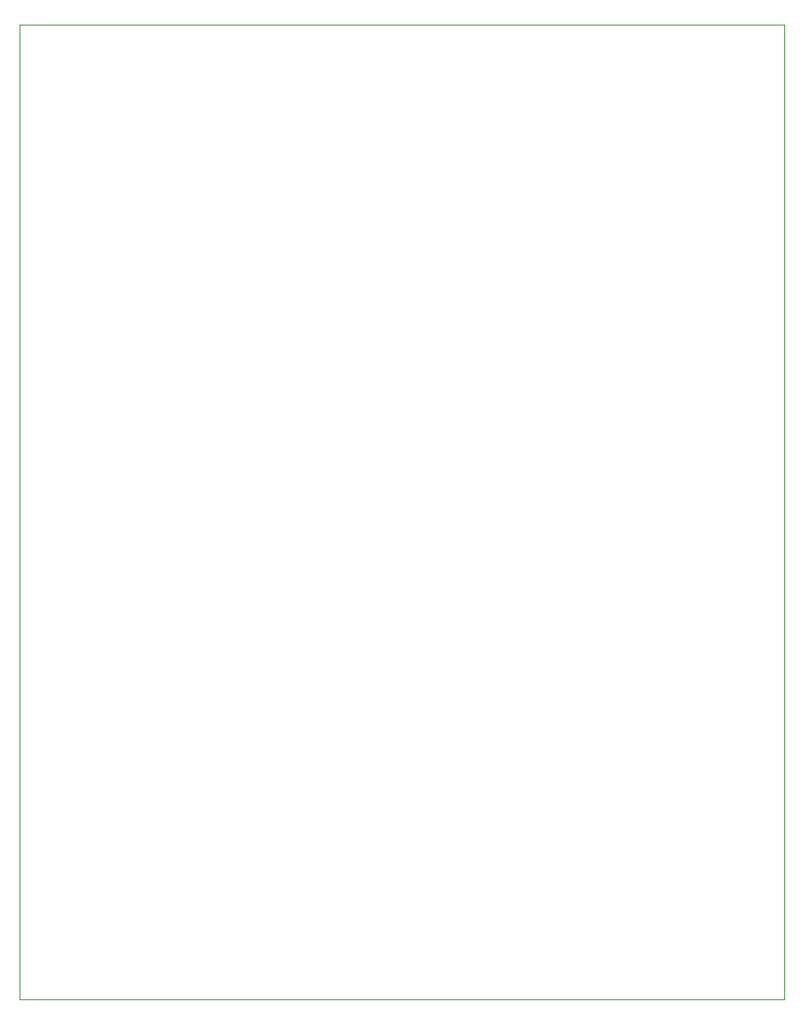
<source format=gbr>
%TF.GenerationSoftware,KiCad,Pcbnew,9.0.6*%
%TF.CreationDate,2025-12-17T16:24:02+01:00*%
%TF.ProjectId,numpad,6e756d70-6164-42e6-9b69-6361645f7063,rev?*%
%TF.SameCoordinates,Original*%
%TF.FileFunction,Profile,NP*%
%FSLAX46Y46*%
G04 Gerber Fmt 4.6, Leading zero omitted, Abs format (unit mm)*
G04 Created by KiCad (PCBNEW 9.0.6) date 2025-12-17 16:24:02*
%MOMM*%
%LPD*%
G01*
G04 APERTURE LIST*
%TA.AperFunction,Profile*%
%ADD10C,0.050000*%
%TD*%
G04 APERTURE END LIST*
D10*
X71069200Y-48260000D02*
X147269200Y-48260000D01*
X147269200Y-145288000D01*
X71069200Y-145288000D01*
X71069200Y-48260000D01*
M02*

</source>
